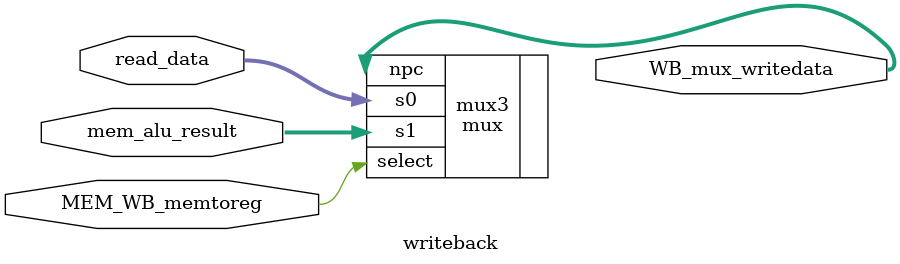
<source format=v>

`timescale 1ns / 1ps

module writeback(
    input	wire MEM_WB_memtoreg,
	input	wire [31:0]	read_data, mem_alu_result,
    output wire [31:0] WB_mux_writedata
    );

    // instantiation
	mux mux3(
				.npc(WB_mux_writedata),
				.select(MEM_WB_memtoreg),
				.s0(read_data),
				.s1(mem_alu_result)
    );
endmodule	// writeback

</source>
